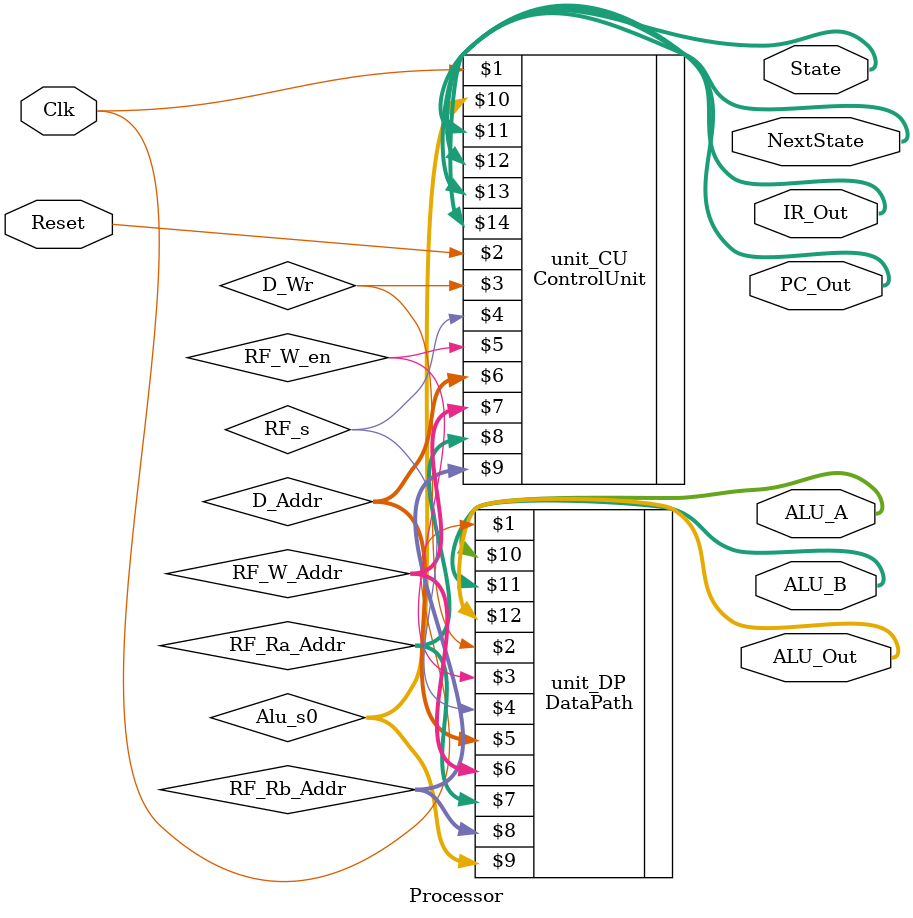
<source format=sv>
module Processor(
    input Clk, Reset,
    output [15:0] IR_Out,
    output logic [6:0] PC_Out,
    output logic [3:0] State, NextState,
    output logic [15:0] ALU_A, ALU_B, ALU_Out
);

// logic
    logic D_Wr, RF_s, RF_W_en;
    logic [7:0] D_Addr;
    logic [3:0] RF_W_Addr, RF_Ra_Addr, RF_Rb_Addr;
    logic [2:0] Alu_s0;

//instantiations

    // ControlUnit 
    ControlUnit unit_CU(Clk, Reset, D_Wr, RF_s, RF_W_en, D_Addr,
                        RF_W_Addr, RF_Ra_Addr, RF_Rb_Addr, Alu_s0,
                        State, NextState, IR_Out, PC_Out);

    // DataPath 
    DataPath unit_DP(Clk, D_Wr, RF_W_en, RF_s, 
                    D_Addr,
                    RF_W_Addr, RF_Ra_Addr, RF_Rb_Addr, 
                    Alu_s0, ALU_A, ALU_B, ALU_Out);
                    
endmodule
</source>
